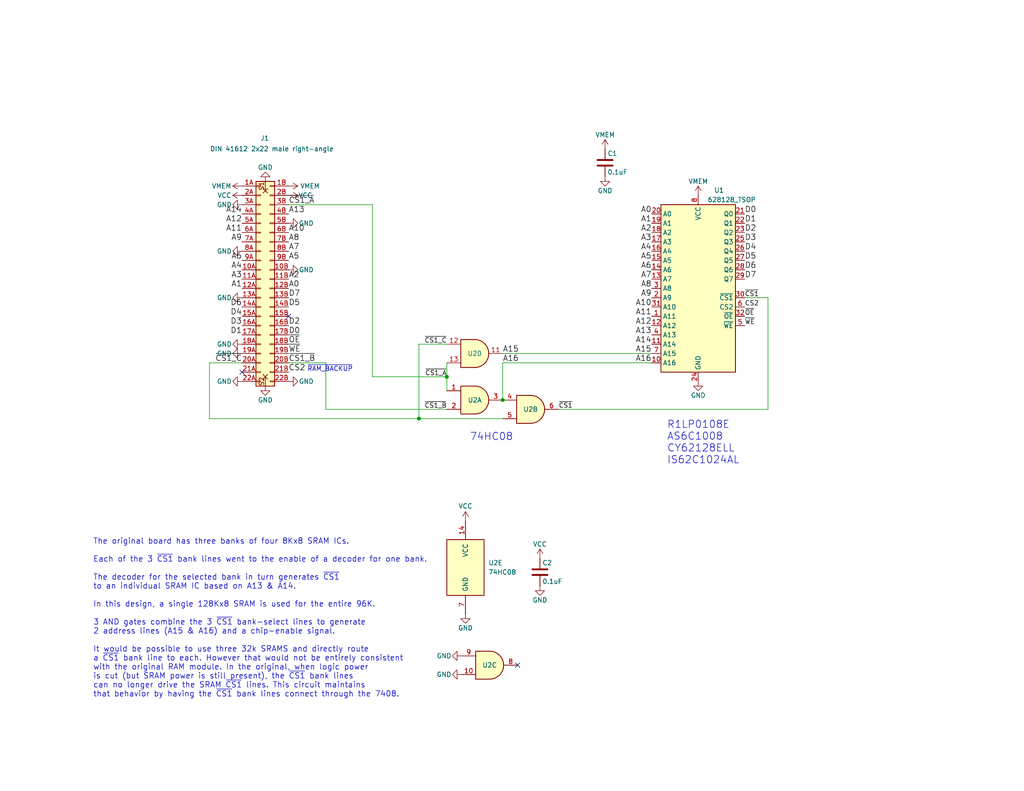
<source format=kicad_sch>
(kicad_sch (version 20211123) (generator eeschema)
  (paper "USLetter")
  (title_block (title "TANDY 600 RAM tiny 08srv") (date "2022-09-24") (rev "001") (company "Brian K. White - b.kenyon.w@gmail.com") (comment 1 "LICENSE: CC-BY-SA 4.0") (comment 2 "Originally based on Model600Sram_v1.1 by Jayeson Lee-Steer"))
  (lib_symbols
    (symbol "000_LOCAL:628128_TSOP"
      (property "Reference" "U" (at -10.16 23.495 0))
      (property "Value" "628128_TSOP" (at 2.54 23.495 0))
      (symbol "628128_TSOP_0_0"
        (pin power_in line (at 0 -25.4 90) (length 2.54) (name "GND") (number "24"))
        (pin power_in line (at 0 25.4 270) (length 2.54) (name "VCC") (number "8"))
      )
      (symbol "628128_TSOP_0_1"
        (rectangle (start -10.16 22.86) (end 10.16 -22.86) (stroke (width 0.254)) (fill (type background)))
      )
      (symbol "628128_TSOP_1_1"
        (pin input line (at -12.7 -7.62 0) (length 2.54) (name "A11") (number "1"))
        (pin input line (at -12.7 -20.32 0) (length 2.54) (name "A16") (number "10"))
        (pin input line (at -12.7 -15.24 0) (length 2.54) (name "A14") (number "11"))
        (pin input line (at -12.7 -10.16 0) (length 2.54) (name "A12") (number "12"))
        (pin input line (at -12.7 2.54 0) (length 2.54) (name "A7") (number "13"))
        (pin input line (at -12.7 5.08 0) (length 2.54) (name "A6") (number "14"))
        (pin input line (at -12.7 7.62 0) (length 2.54) (name "A5") (number "15"))
        (pin input line (at -12.7 10.16 0) (length 2.54) (name "A4") (number "16"))
        (pin input line (at -12.7 12.7 0) (length 2.54) (name "A3") (number "17"))
        (pin input line (at -12.7 15.24 0) (length 2.54) (name "A2") (number "18"))
        (pin input line (at -12.7 17.78 0) (length 2.54) (name "A1") (number "19"))
        (pin input line (at -12.7 -2.54 0) (length 2.54) (name "A9") (number "2"))
        (pin input line (at -12.7 20.32 0) (length 2.54) (name "A0") (number "20"))
        (pin tri_state line (at 12.7 20.32 180) (length 2.54) (name "Q0") (number "21"))
        (pin tri_state line (at 12.7 17.78 180) (length 2.54) (name "Q1") (number "22"))
        (pin tri_state line (at 12.7 15.24 180) (length 2.54) (name "Q2") (number "23"))
        (pin tri_state line (at 12.7 12.7 180) (length 2.54) (name "Q3") (number "25"))
        (pin tri_state line (at 12.7 10.16 180) (length 2.54) (name "Q4") (number "26"))
        (pin tri_state line (at 12.7 7.62 180) (length 2.54) (name "Q5") (number "27"))
        (pin tri_state line (at 12.7 5.08 180) (length 2.54) (name "Q6") (number "28"))
        (pin tri_state line (at 12.7 2.54 180) (length 2.54) (name "Q7") (number "29"))
        (pin input line (at -12.7 0 0) (length 2.54) (name "A8") (number "3"))
        (pin input line (at 12.7 -2.54 180) (length 2.54) (name "~{CS1}") (number "30"))
        (pin input line (at -12.7 -5.08 0) (length 2.54) (name "A10") (number "31"))
        (pin input line (at 12.7 -7.62 180) (length 2.54) (name "~{OE}") (number "32"))
        (pin input line (at -12.7 -12.7 0) (length 2.54) (name "A13") (number "4"))
        (pin input line (at 12.7 -10.16 180) (length 2.54) (name "~{WE}") (number "5"))
        (pin input line (at 12.7 -5.08 180) (length 2.54) (name "CS2") (number "6"))
        (pin input line (at -12.7 -17.78 0) (length 2.54) (name "A15") (number "7"))
        (pin no_connect line (at 10.16 -20.32 180) (length 2.54) hide (name "NC") (number "9"))
      )
    )
    (symbol "000_LOCAL:74HC08" (pin_names (offset 1.016))
      (property "Reference" "U" (at 0 1.27 0))
      (property "Value" "74HC08" (at 0 -1.27 0))
      (symbol "74HC08_1_1"
        (arc (start 0 -3.81) (mid 3.81 0) (end 0 3.81) (stroke (width 0.254)) (fill (type background)))
        (polyline (pts (xy 0 3.81) (xy -3.81 3.81) (xy -3.81 -3.81) (xy 0 -3.81)) (stroke (width 0.254)) (fill (type background)))
        (pin input line (at -7.62 2.54 0) (length 3.81) (name "~") (number "1"))
        (pin input line (at -7.62 -2.54 0) (length 3.81) (name "~") (number "2"))
        (pin output line (at 7.62 0 180) (length 3.81) (name "~") (number "3"))
      )
      (symbol "74HC08_1_2"
        (arc (start -3.81 -3.81) (mid -2.589 0) (end -3.81 3.81) (stroke (width 0.254)))
        (arc (start -0.6096 -3.81) (mid 2.1842 -2.5851) (end 3.81 0) (stroke (width 0.254)) (fill (type background)))
        (polyline (pts (xy -3.81 -3.81) (xy -0.635 -3.81)) (stroke (width 0.254)) (fill (type background)))
        (polyline (pts (xy -3.81 3.81) (xy -0.635 3.81)) (stroke (width 0.254)) (fill (type background)))
        (polyline (pts (xy -0.635 3.81) (xy -3.81 3.81) (xy -3.81 3.81) (xy -3.556 3.4036) (xy -3.0226 2.2606) (xy -2.6924 1.0414) (xy -2.6162 -0.254) (xy -2.7686 -1.4986) (xy -3.175 -2.7178) (xy -3.81 -3.81) (xy -3.81 -3.81) (xy -0.635 -3.81)) (stroke (width -25.4)) (fill (type background)))
        (arc (start 3.81 0) (mid 2.1915 2.5936) (end -0.6096 3.81) (stroke (width 0.254)) (fill (type background)))
        (pin input inverted (at -7.62 2.54 0) (length 4.318) (name "~") (number "1"))
        (pin input inverted (at -7.62 -2.54 0) (length 4.318) (name "~") (number "2"))
        (pin output inverted (at 7.62 0 180) (length 3.81) (name "~") (number "3"))
      )
      (symbol "74HC08_2_1"
        (arc (start 0 -3.81) (mid 3.81 0) (end 0 3.81) (stroke (width 0.254)) (fill (type background)))
        (polyline (pts (xy 0 3.81) (xy -3.81 3.81) (xy -3.81 -3.81) (xy 0 -3.81)) (stroke (width 0.254)) (fill (type background)))
        (pin input line (at -7.62 2.54 0) (length 3.81) (name "~") (number "4"))
        (pin input line (at -7.62 -2.54 0) (length 3.81) (name "~") (number "5"))
        (pin output line (at 7.62 0 180) (length 3.81) (name "~") (number "6"))
      )
      (symbol "74HC08_2_2"
        (arc (start -3.81 -3.81) (mid -2.589 0) (end -3.81 3.81) (stroke (width 0.254)))
        (arc (start -0.6096 -3.81) (mid 2.1842 -2.5851) (end 3.81 0) (stroke (width 0.254)) (fill (type background)))
        (polyline (pts (xy -3.81 -3.81) (xy -0.635 -3.81)) (stroke (width 0.254)) (fill (type background)))
        (polyline (pts (xy -3.81 3.81) (xy -0.635 3.81)) (stroke (width 0.254)) (fill (type background)))
        (polyline (pts (xy -0.635 3.81) (xy -3.81 3.81) (xy -3.81 3.81) (xy -3.556 3.4036) (xy -3.0226 2.2606) (xy -2.6924 1.0414) (xy -2.6162 -0.254) (xy -2.7686 -1.4986) (xy -3.175 -2.7178) (xy -3.81 -3.81) (xy -3.81 -3.81) (xy -0.635 -3.81)) (stroke (width -25.4)) (fill (type background)))
        (arc (start 3.81 0) (mid 2.1915 2.5936) (end -0.6096 3.81) (stroke (width 0.254)) (fill (type background)))
        (pin input inverted (at -7.62 2.54 0) (length 4.318) (name "~") (number "4"))
        (pin input inverted (at -7.62 -2.54 0) (length 4.318) (name "~") (number "5"))
        (pin output inverted (at 7.62 0 180) (length 3.81) (name "~") (number "6"))
      )
      (symbol "74HC08_3_1"
        (arc (start 0 -3.81) (mid 3.81 0) (end 0 3.81) (stroke (width 0.254)) (fill (type background)))
        (polyline (pts (xy 0 3.81) (xy -3.81 3.81) (xy -3.81 -3.81) (xy 0 -3.81)) (stroke (width 0.254)) (fill (type background)))
        (pin input line (at -7.62 -2.54 0) (length 3.81) (name "~") (number "10"))
        (pin output line (at 7.62 0 180) (length 3.81) (name "~") (number "8"))
        (pin input line (at -7.62 2.54 0) (length 3.81) (name "~") (number "9"))
      )
      (symbol "74HC08_3_2"
        (arc (start -3.81 -3.81) (mid -2.589 0) (end -3.81 3.81) (stroke (width 0.254)))
        (arc (start -0.6096 -3.81) (mid 2.1842 -2.5851) (end 3.81 0) (stroke (width 0.254)) (fill (type background)))
        (polyline (pts (xy -3.81 -3.81) (xy -0.635 -3.81)) (stroke (width 0.254)) (fill (type background)))
        (polyline (pts (xy -3.81 3.81) (xy -0.635 3.81)) (stroke (width 0.254)) (fill (type background)))
        (polyline (pts (xy -0.635 3.81) (xy -3.81 3.81) (xy -3.81 3.81) (xy -3.556 3.4036) (xy -3.0226 2.2606) (xy -2.6924 1.0414) (xy -2.6162 -0.254) (xy -2.7686 -1.4986) (xy -3.175 -2.7178) (xy -3.81 -3.81) (xy -3.81 -3.81) (xy -0.635 -3.81)) (stroke (width -25.4)) (fill (type background)))
        (arc (start 3.81 0) (mid 2.1915 2.5936) (end -0.6096 3.81) (stroke (width 0.254)) (fill (type background)))
        (pin input inverted (at -7.62 -2.54 0) (length 4.318) (name "~") (number "10"))
        (pin output inverted (at 7.62 0 180) (length 3.81) (name "~") (number "8"))
        (pin input inverted (at -7.62 2.54 0) (length 4.318) (name "~") (number "9"))
      )
      (symbol "74HC08_4_1"
        (arc (start 0 -3.81) (mid 3.81 0) (end 0 3.81) (stroke (width 0.254)) (fill (type background)))
        (polyline (pts (xy 0 3.81) (xy -3.81 3.81) (xy -3.81 -3.81) (xy 0 -3.81)) (stroke (width 0.254)) (fill (type background)))
        (pin output line (at 7.62 0 180) (length 3.81) (name "~") (number "11"))
        (pin input line (at -7.62 2.54 0) (length 3.81) (name "~") (number "12"))
        (pin input line (at -7.62 -2.54 0) (length 3.81) (name "~") (number "13"))
      )
      (symbol "74HC08_4_2"
        (arc (start -3.81 -3.81) (mid -2.589 0) (end -3.81 3.81) (stroke (width 0.254)))
        (arc (start -0.6096 -3.81) (mid 2.1842 -2.5851) (end 3.81 0) (stroke (width 0.254)) (fill (type background)))
        (polyline (pts (xy -3.81 -3.81) (xy -0.635 -3.81)) (stroke (width 0.254)) (fill (type background)))
        (polyline (pts (xy -3.81 3.81) (xy -0.635 3.81)) (stroke (width 0.254)) (fill (type background)))
        (polyline (pts (xy -0.635 3.81) (xy -3.81 3.81) (xy -3.81 3.81) (xy -3.556 3.4036) (xy -3.0226 2.2606) (xy -2.6924 1.0414) (xy -2.6162 -0.254) (xy -2.7686 -1.4986) (xy -3.175 -2.7178) (xy -3.81 -3.81) (xy -3.81 -3.81) (xy -0.635 -3.81)) (stroke (width -25.4)) (fill (type background)))
        (arc (start 3.81 0) (mid 2.1915 2.5936) (end -0.6096 3.81) (stroke (width 0.254)) (fill (type background)))
        (pin output inverted (at 7.62 0 180) (length 3.81) (name "~") (number "11"))
        (pin input inverted (at -7.62 2.54 0) (length 4.318) (name "~") (number "12"))
        (pin input inverted (at -7.62 -2.54 0) (length 4.318) (name "~") (number "13"))
      )
      (symbol "74HC08_5_0"
        (pin power_in line (at 0 12.7 270) (length 5.08) (name "VCC") (number "14"))
        (pin power_in line (at 0 -12.7 90) (length 5.08) (name "GND") (number "7"))
      )
      (symbol "74HC08_5_1"
        (rectangle (start -5.08 7.62) (end 5.08 -7.62) (stroke (width 0.254)) (fill (type background)))
      )
    )
    (symbol "000_LOCAL:C" (pin_numbers hide) (pin_names (offset 0.254))
      (property "Reference" "C" (at 0.635 2.54 0))
      (property "Value" "C" (at 0.635 -2.54 0))
      (symbol "C_0_1"
        (polyline (pts (xy -2.032 -0.762) (xy 2.032 -0.762)) (stroke (width 0.508)))
        (polyline (pts (xy -2.032 0.762) (xy 2.032 0.762)) (stroke (width 0.508)))
      )
      (symbol "C_1_1"
        (pin passive line (at 0 3.81 270) (length 2.794) (name "~") (number "1"))
        (pin passive line (at 0 -3.81 90) (length 2.794) (name "~") (number "2"))
      )
    )
    (symbol "000_LOCAL:DIN 41612 2x22 male right-angle" (pin_names (offset 1.016) hide)
      (property "Reference" "J" (at -2.7432 28.9052 0))
      (property "Value" "DIN 41612 2x22 male right-angle" (at 18.8468 28.8036 0))
      (symbol "DIN 41612 2x22 male right-angle_1_1"
        (rectangle (start -1.27 -27.813) (end 0 -28.067) (stroke (width 0.1524)))
        (rectangle (start -1.27 -25.273) (end 0 -25.527) (stroke (width 0.1524)))
        (rectangle (start -1.27 -22.733) (end 0 -22.987) (stroke (width 0.1524)))
        (rectangle (start -1.27 -20.193) (end 0 -20.447) (stroke (width 0.1524)))
        (rectangle (start -1.27 -17.653) (end 0 -17.907) (stroke (width 0.1524)))
        (rectangle (start -1.27 -15.113) (end 0 -15.367) (stroke (width 0.1524)))
        (rectangle (start -1.27 -12.573) (end 0 -12.827) (stroke (width 0.1524)))
        (rectangle (start -1.27 -10.033) (end 0 -10.287) (stroke (width 0.1524)))
        (rectangle (start -1.27 -7.493) (end 0 -7.747) (stroke (width 0.1524)))
        (rectangle (start -1.27 -4.953) (end 0 -5.207) (stroke (width 0.1524)))
        (rectangle (start -1.27 -2.413) (end 0 -2.667) (stroke (width 0.1524)))
        (rectangle (start -1.27 0.127) (end 0 -0.127) (stroke (width 0.1524)))
        (rectangle (start -1.27 2.667) (end 0 2.413) (stroke (width 0.1524)))
        (rectangle (start -1.27 5.207) (end 0 4.953) (stroke (width 0.1524)))
        (rectangle (start -1.27 7.747) (end 0 7.493) (stroke (width 0.1524)))
        (rectangle (start -1.27 10.287) (end 0 10.033) (stroke (width 0.1524)))
        (rectangle (start -1.27 12.827) (end 0 12.573) (stroke (width 0.1524)))
        (rectangle (start -1.27 15.367) (end 0 15.113) (stroke (width 0.1524)))
        (rectangle (start -1.27 17.907) (end 0 17.653) (stroke (width 0.1524)))
        (rectangle (start -1.27 20.447) (end 0 20.193) (stroke (width 0.1524)))
        (rectangle (start -1.27 22.987) (end 0 22.733) (stroke (width 0.1524)))
        (rectangle (start -1.27 25.527) (end 0 25.273) (stroke (width 0.1524)))
        (rectangle (start -1.27 26.67) (end 3.81 -29.21) (stroke (width 0.254)) (fill (type background)))
        (rectangle (start 3.81 -27.813) (end 2.54 -28.067) (stroke (width 0.1524)))
        (rectangle (start 3.81 -25.273) (end 2.54 -25.527) (stroke (width 0.1524)))
        (rectangle (start 3.81 -22.733) (end 2.54 -22.987) (stroke (width 0.1524)))
        (rectangle (start 3.81 -20.193) (end 2.54 -20.447) (stroke (width 0.1524)))
        (rectangle (start 3.81 -17.653) (end 2.54 -17.907) (stroke (width 0.1524)))
        (rectangle (start 3.81 -15.113) (end 2.54 -15.367) (stroke (width 0.1524)))
        (rectangle (start 3.81 -12.573) (end 2.54 -12.827) (stroke (width 0.1524)))
        (rectangle (start 3.81 -10.033) (end 2.54 -10.287) (stroke (width 0.1524)))
        (rectangle (start 3.81 -7.493) (end 2.54 -7.747) (stroke (width 0.1524)))
        (rectangle (start 3.81 -4.953) (end 2.54 -5.207) (stroke (width 0.1524)))
        (rectangle (start 3.81 -2.413) (end 2.54 -2.667) (stroke (width 0.1524)))
        (rectangle (start 3.81 0.127) (end 2.54 -0.127) (stroke (width 0.1524)))
        (rectangle (start 3.81 2.667) (end 2.54 2.413) (stroke (width 0.1524)))
        (rectangle (start 3.81 5.207) (end 2.54 4.953) (stroke (width 0.1524)))
        (rectangle (start 3.81 7.747) (end 2.54 7.493) (stroke (width 0.1524)))
        (rectangle (start 3.81 10.287) (end 2.54 10.033) (stroke (width 0.1524)))
        (rectangle (start 3.81 12.827) (end 2.54 12.573) (stroke (width 0.1524)))
        (rectangle (start 3.81 15.367) (end 2.54 15.113) (stroke (width 0.1524)))
        (rectangle (start 3.81 17.907) (end 2.54 17.653) (stroke (width 0.1524)))
        (rectangle (start 3.81 20.447) (end 2.54 20.193) (stroke (width 0.1524)))
        (rectangle (start 3.81 22.987) (end 2.54 22.733) (stroke (width 0.1524)))
        (rectangle (start 3.81 25.527) (end 2.54 25.273) (stroke (width 0.1524)))
        (pin passive line (at -5.08 2.54 0) (length 3.81) (name "10A") (number "10A"))
        (pin passive line (at 7.62 2.54 180) (length 3.81) (name "10B") (number "10B"))
        (pin passive line (at -5.08 0 0) (length 3.81) (name "11A") (number "11A"))
        (pin passive line (at 7.62 0 180) (length 3.81) (name "11B") (number "11B"))
        (pin passive line (at -5.08 -2.54 0) (length 3.81) (name "12A") (number "12A"))
        (pin passive line (at 7.62 -2.54 180) (length 3.81) (name "12B") (number "12B"))
        (pin passive line (at -5.08 -5.08 0) (length 3.81) (name "13A") (number "13A"))
        (pin passive line (at 7.62 -5.08 180) (length 3.81) (name "13B") (number "13B"))
        (pin passive line (at -5.08 -7.62 0) (length 3.81) (name "14A") (number "14A"))
        (pin passive line (at 7.62 -7.62 180) (length 3.81) (name "14B") (number "14B"))
        (pin passive line (at -5.08 -10.16 0) (length 3.81) (name "15A") (number "15A"))
        (pin passive line (at 7.62 -10.16 180) (length 3.81) (name "15B") (number "15B"))
        (pin passive line (at -5.08 -12.7 0) (length 3.81) (name "16A") (number "16A"))
        (pin passive line (at 7.62 -12.7 180) (length 3.81) (name "16B") (number "16B"))
        (pin passive line (at -5.08 -15.24 0) (length 3.81) (name "17A") (number "17A"))
        (pin passive line (at 7.62 -15.24 180) (length 3.81) (name "17B") (number "17B"))
        (pin passive line (at -5.08 -17.78 0) (length 3.81) (name "18A") (number "18A"))
        (pin passive line (at 7.62 -17.78 180) (length 3.81) (name "18B") (number "18B"))
        (pin passive line (at -5.08 -20.32 0) (length 3.81) (name "19A") (number "19A"))
        (pin passive line (at 7.62 -20.32 180) (length 3.81) (name "19B") (number "19B"))
        (pin passive line (at -5.08 25.4 0) (length 3.81) (name "1A") (number "1A"))
        (pin passive line (at 7.62 25.4 180) (length 3.81) (name "1B") (number "1B"))
        (pin passive line (at -5.08 -22.86 0) (length 3.81) (name "20A") (number "20A"))
        (pin passive line (at 7.62 -22.86 180) (length 3.81) (name "20B") (number "20B"))
        (pin passive line (at -5.08 -25.4 0) (length 3.81) (name "21A") (number "21A"))
        (pin passive line (at 7.62 -25.4 180) (length 3.81) (name "21B") (number "21B"))
        (pin passive line (at -5.08 -27.94 0) (length 3.81) (name "22A") (number "22A"))
        (pin passive line (at 7.62 -27.94 180) (length 3.81) (name "22B") (number "22B"))
        (pin passive line (at -5.08 22.86 0) (length 3.81) (name "2A") (number "2A"))
        (pin passive line (at 7.62 22.86 180) (length 3.81) (name "2B") (number "2B"))
        (pin passive line (at -5.08 20.32 0) (length 3.81) (name "3A") (number "3A"))
        (pin passive line (at 7.62 20.32 180) (length 3.81) (name "3B") (number "3B"))
        (pin passive line (at -5.08 17.78 0) (length 3.81) (name "4A") (number "4A"))
        (pin passive line (at 7.62 17.78 180) (length 3.81) (name "4B") (number "4B"))
        (pin passive line (at -5.08 15.24 0) (length 3.81) (name "5A") (number "5A"))
        (pin passive line (at 7.62 15.24 180) (length 3.81) (name "5B") (number "5B"))
        (pin passive line (at -5.08 12.7 0) (length 3.81) (name "6A") (number "6A"))
        (pin passive line (at 7.62 12.7 180) (length 3.81) (name "6B") (number "6B"))
        (pin passive line (at -5.08 10.16 0) (length 3.81) (name "7A") (number "7A"))
        (pin passive line (at 7.62 10.16 180) (length 3.81) (name "7B") (number "7B"))
        (pin passive line (at -5.08 7.62 0) (length 3.81) (name "8A") (number "8A"))
        (pin passive line (at 7.62 7.62 180) (length 3.81) (name "8B") (number "8B"))
        (pin passive line (at -5.08 5.08 0) (length 3.81) (name "9A") (number "9A"))
        (pin passive line (at 7.62 5.08 180) (length 3.81) (name "9B") (number "9B"))
        (pin passive non_logic (at 1.27 26.67 270) (length 2.54) (name "mount") (number "S1"))
        (pin passive non_logic (at 1.27 -29.21 90) (length 2.54) (name "mount") (number "S2"))
      )
    )
    (symbol "000_LOCAL:GND" (power) (pin_names (offset 0))
      (property "Value" "GND" (at 0 -3.81 0))
      (symbol "GND_0_1"
        (polyline (pts (xy 0 0) (xy 0 -1.27) (xy 1.27 -1.27) (xy 0 -2.54) (xy -1.27 -1.27) (xy 0 -1.27)))
      )
      (symbol "GND_1_1"
        (pin power_in line (at 0 0 270) (length 0) hide (name "GND") (number "1"))
      )
    )
    (symbol "000_LOCAL:VCC" (power) (pin_names (offset 0))
      (property "Value" "VCC" (at 0 3.81 0))
      (symbol "VCC_0_1"
        (polyline (pts (xy -0.762 1.27) (xy 0 2.54)))
        (polyline (pts (xy 0 0) (xy 0 2.54)))
        (polyline (pts (xy 0 2.54) (xy 0.762 1.27)))
      )
      (symbol "VCC_1_1"
        (pin power_in line (at 0 0 90) (length 0) hide (name "VCC") (number "1"))
      )
    )
    (symbol "000_LOCAL:VMEM" (power) (pin_names (offset 0))
      (property "Value" "VMEM" (at 0 3.81 0))
      (symbol "VMEM_0_1"
        (polyline (pts (xy -0.762 1.27) (xy 0 2.54)))
        (polyline (pts (xy 0 0) (xy 0 2.54)))
        (polyline (pts (xy 0 2.54) (xy 0.762 1.27)))
      )
      (symbol "VMEM_1_1"
        (pin power_in line (at 0 0 90) (length 0) hide (name "VMEM") (number "1"))
      )
    )
  )
  (junction (at 121.92 102.87))
  (junction (at 137.16 109.22))
  (junction (at 114.3 114.3))
  (no_connect (at 141.224 181.61))
  (no_connect (at 66.04 101.6))
  (no_connect (at 78.74 86.36))
  (wire (pts (xy 203.2 81.28) (xy 209.55 81.28)))
  (wire (pts (xy 78.74 55.88) (xy 101.6 55.88)))
  (wire (pts (xy 137.16 99.06) (xy 177.8 99.06)))
  (wire (pts (xy 137.16 96.52) (xy 177.8 96.52)))
  (wire (pts (xy 57.15 114.3) (xy 114.3 114.3)))
  (wire (pts (xy 209.55 81.28) (xy 209.55 111.76)))
  (wire (pts (xy 88.9 111.76) (xy 121.92 111.76)))
  (wire (pts (xy 101.6 55.88) (xy 101.6 102.87)))
  (wire (pts (xy 152.4 111.76) (xy 209.55 111.76)))
  (wire (pts (xy 121.92 102.87) (xy 121.92 106.68)))
  (wire (pts (xy 78.74 99.06) (xy 88.9 99.06)))
  (wire (pts (xy 114.3 93.98) (xy 114.3 114.3)))
  (wire (pts (xy 114.3 93.98) (xy 121.92 93.98)))
  (wire (pts (xy 137.16 109.22) (xy 137.16 99.06)))
  (wire (pts (xy 88.9 99.06) (xy 88.9 111.76)))
  (wire (pts (xy 121.92 99.06) (xy 121.92 102.87)))
  (wire (pts (xy 101.6 102.87) (xy 121.92 102.87)))
  (wire (pts (xy 114.3 114.3) (xy 137.16 114.3)))
  (wire (pts (xy 66.04 99.06) (xy 57.15 99.06)))
  (wire (pts (xy 57.15 99.06) (xy 57.15 114.3)))
  (text "~{RAM_BACKUP}" (at 83.82 101.6 0) (effects (font (size 1.27 1.27)) (justify left bottom)))
  (text "R1LP0108E\nAS6C1008\nCY62128ELL\nIS62C1024AL\n" (at 181.991 126.873 0) (effects (font (size 2 2)) (justify left bottom)))
  (text "The original board has three banks of four 8Kx8 SRAM ICs.\n\nEach of the 3 ~{CS1} bank lines went to the enable of a decoder for one bank.\n\nThe decoder for the selected bank in turn generates ~{CS1}\nto an individual SRAM IC based on A13 & A14.\n\nIn this design, a single 128Kx8 SRAM is used for the entire 96K.\n\n3 AND gates combine the 3 ~{CS1} bank-select lines to generate\n2 address lines (A15 & A16) and a chip-enable signal.\n\nIt would be possible to use three 32k SRAMS and directly route\na ~{CS1} bank line to each. However that would not be entirely consistent \nwith the original RAM module. In the original, when logic power \nis cut (but SRAM power is still present), the ~{CS1} bank lines \ncan no longer drive the SRAM ~{CS1} lines. This circuit maintains\nthat behavior by having the ~{CS1} bank lines connect through the 7408.\n" (at 25.4 190.5 0) (effects (font (size 1.524 1.524)) (justify left bottom)))
  (text "74HC08" (at 128.143 120.523 0) (effects (font (size 2 2)) (justify left bottom)))
  (label "D2" (at 78.74 88.9 0) (effects (font (size 1.524 1.524))))
  (label "~{CS1_C}" (at 66.04 99.06 180) (effects (font (size 1.524 1.524))))
  (label "A13" (at 78.74 58.42 0) (effects (font (size 1.524 1.524))))
  (label "A15" (at 137.16 96.52 0) (effects (font (size 1.524 1.524))))
  (label "A12" (at 66.04 60.96 180) (effects (font (size 1.524 1.524))))
  (label "D6" (at 66.04 83.82 180) (effects (font (size 1.524 1.524))))
  (label "A13" (at 177.8 91.44 180) (effects (font (size 1.524 1.524))))
  (label "A7" (at 177.8 76.2 180) (effects (font (size 1.524 1.524))))
  (label "A16" (at 137.16 99.06 0) (effects (font (size 1.524 1.524))))
  (label "A1" (at 177.8 60.96 180) (effects (font (size 1.524 1.524))))
  (label "~{WE}" (at 203.2 88.9 0))
  (label "A4" (at 66.04 73.66 180) (effects (font (size 1.524 1.524))))
  (label "A3" (at 66.04 76.2 180) (effects (font (size 1.524 1.524))))
  (label "A4" (at 177.8 68.58 180) (effects (font (size 1.524 1.524))))
  (label "~{CS1_A}" (at 121.92 102.87 180))
  (label "A12" (at 177.8 88.9 180) (effects (font (size 1.524 1.524))))
  (label "A9" (at 177.8 81.28 180) (effects (font (size 1.524 1.524))))
  (label "D0" (at 203.2 58.42 0) (effects (font (size 1.524 1.524))))
  (label "D0" (at 78.74 91.44 0) (effects (font (size 1.524 1.524))))
  (label "D7" (at 78.74 81.28 0) (effects (font (size 1.524 1.524))))
  (label "CS2" (at 78.74 101.6 0) (effects (font (size 1.524 1.524))))
  (label "A2" (at 78.74 76.2 0) (effects (font (size 1.524 1.524))))
  (label "D5" (at 203.2 71.12 0) (effects (font (size 1.524 1.524))))
  (label "A5" (at 177.8 71.12 180) (effects (font (size 1.524 1.524))))
  (label "A1" (at 66.04 78.74 180) (effects (font (size 1.524 1.524))))
  (label "~{CS1_A}" (at 78.74 55.88 0) (effects (font (size 1.524 1.524))))
  (label "CS2" (at 203.2 83.82 0))
  (label "D4" (at 66.04 86.36 180) (effects (font (size 1.524 1.524))))
  (label "A11" (at 177.8 86.36 180) (effects (font (size 1.524 1.524))))
  (label "A16" (at 177.8 99.06 180) (effects (font (size 1.524 1.524))))
  (label "D1" (at 66.04 91.44 180) (effects (font (size 1.524 1.524))))
  (label "A10" (at 177.8 83.82 180) (effects (font (size 1.524 1.524))))
  (label "A3" (at 177.8 66.04 180) (effects (font (size 1.524 1.524))))
  (label "~{CS1_B}" (at 78.74 99.06 0) (effects (font (size 1.524 1.524))))
  (label "~{CS1_C}" (at 121.92 93.98 180))
  (label "D5" (at 78.74 83.82 0) (effects (font (size 1.524 1.524))))
  (label "A6" (at 66.04 71.12 180) (effects (font (size 1.524 1.524))))
  (label "A5" (at 78.74 71.12 0) (effects (font (size 1.524 1.524))))
  (label "~{OE}" (at 78.74 93.98 0) (effects (font (size 1.524 1.524))))
  (label "A0" (at 78.74 78.74 0) (effects (font (size 1.524 1.524))))
  (label "A8" (at 78.74 66.04 0) (effects (font (size 1.524 1.524))))
  (label "~{CS1}" (at 152.4 111.76 0))
  (label "D1" (at 203.2 60.96 0) (effects (font (size 1.524 1.524))))
  (label "D3" (at 66.04 88.9 180) (effects (font (size 1.524 1.524))))
  (label "A14" (at 177.8 93.98 180) (effects (font (size 1.524 1.524))))
  (label "A10" (at 78.74 63.5 0) (effects (font (size 1.524 1.524))))
  (label "A11" (at 66.04 63.5 180) (effects (font (size 1.524 1.524))))
  (label "A2" (at 177.8 63.5 180) (effects (font (size 1.524 1.524))))
  (label "D7" (at 203.2 76.2 0) (effects (font (size 1.524 1.524))))
  (label "A14" (at 66.04 58.42 180) (effects (font (size 1.524 1.524))))
  (label "A8" (at 177.8 78.74 180) (effects (font (size 1.524 1.524))))
  (label "D2" (at 203.2 63.5 0) (effects (font (size 1.524 1.524))))
  (label "D3" (at 203.2 66.04 0) (effects (font (size 1.524 1.524))))
  (label "A7" (at 78.74 68.58 0) (effects (font (size 1.524 1.524))))
  (label "A15" (at 177.8 96.52 180) (effects (font (size 1.524 1.524))))
  (label "~{CS1_B}" (at 121.92 111.76 180))
  (label "A0" (at 177.8 58.42 180) (effects (font (size 1.524 1.524))))
  (label "A9" (at 66.04 66.04 180) (effects (font (size 1.524 1.524))))
  (label "~{OE}" (at 203.2 86.36 0))
  (label "A6" (at 177.8 73.66 180) (effects (font (size 1.524 1.524))))
  (label "~{CS1}" (at 203.2 81.28 0))
  (label "D4" (at 203.2 68.58 0) (effects (font (size 1.524 1.524))))
  (label "D6" (at 203.2 73.66 0) (effects (font (size 1.524 1.524))))
  (label "~{WE}" (at 78.74 96.52 0) (effects (font (size 1.524 1.524))))
  (symbol (lib_id "000_LOCAL:C") (at 165.1 44.45 0) (unit 1)
    (property "Reference" "C1" (at 165.735 41.91 0) (effects (justify left)))
    (property "Value" "0.1uF" (at 165.735 46.99 0) (effects (justify left)))
    (property "Footprint" "000_LOCAL:C_0805" (effects hide))
  )
  (symbol (lib_id "000_LOCAL:C") (at 147.32 156.21 0) (unit 1)
    (property "Reference" "C2" (at 147.955 153.67 0) (effects (justify left)))
    (property "Value" "0.1uF" (at 147.955 158.75 0) (effects (justify left)))
    (property "Footprint" "000_LOCAL:C_0805" (effects hide))
  )
  (symbol (lib_id "000_LOCAL:DIN 41612 2x22 male right-angle") (at 71.12 76.2 0) (unit 1)
    (property "Reference" "J1" (at 72.263 37.719 0))
    (property "Value" "DIN 41612 2x22 male right-angle" (at 74.168 40.64 0))
    (property "Footprint" "000_LOCAL:DIN 41612 2x22 male right-angle" (effects hide))
  )
  (symbol (lib_id "000_LOCAL:VCC") (at 147.32 152.4 0) (unit 1)
    (property "Reference" "#PWR0104" (effects hide))
    (property "Value" "VCC" (at 147.32 148.59 0))
  )
  (symbol (lib_id "000_LOCAL:VMEM") (at 66.04 50.8 90) (unit 1)
    (property "Reference" "#PWR0101" (effects hide))
    (property "Value" "VMEM" (at 60.452 50.8 90))
  )
  (symbol (lib_id "000_LOCAL:VMEM") (at 78.74 50.8 270) (unit 1)
    (property "Reference" "#PWR0102" (effects hide))
    (property "Value" "VMEM" (at 84.582 50.8 90))
  )
  (symbol (lib_id "000_LOCAL:VCC") (at 66.04 53.34 90) (unit 1)
    (property "Reference" "#PWR0103" (effects hide))
    (property "Value" "VCC" (at 61.214 53.34 90))
  )
  (symbol (lib_id "000_LOCAL:VCC") (at 78.74 53.34 270) (unit 1)
    (property "Reference" "#PWR0108" (effects hide))
    (property "Value" "VCC" (at 83.312 53.34 90))
  )
  (symbol (lib_id "000_LOCAL:GND") (at 147.32 160.02 0) (unit 1)
    (property "Reference" "#PWR0105" (effects hide))
    (property "Value" "GND" (at 147.32 163.83 0))
  )
  (symbol (lib_id "000_LOCAL:GND") (at 165.1 48.26 0) (unit 1)
    (property "Reference" "#PWR0106" (effects hide))
    (property "Value" "GND" (at 165.1 52.07 0))
  )
  (symbol (lib_id "000_LOCAL:VMEM") (at 165.1 40.64 0) (unit 1)
    (property "Reference" "#PWR0107" (effects hide))
    (property "Value" "VMEM" (at 165.1 36.83 0))
  )
  (symbol (lib_id "000_LOCAL:GND") (at 78.74 60.96 90) (unit 1)
    (property "Reference" "#PWR0109" (effects hide))
    (property "Value" "GND" (at 83.566 60.96 90))
  )
  (symbol (lib_id "000_LOCAL:GND") (at 78.74 73.66 90) (unit 1)
    (property "Reference" "#PWR0110" (effects hide))
    (property "Value" "GND" (at 83.566 73.66 90))
  )
  (symbol (lib_id "000_LOCAL:VMEM") (at 190.5 53.34 0) (unit 1)
    (property "Reference" "#PWR0115" (effects hide))
    (property "Value" "VMEM" (at 190.5 49.53 0))
  )
  (symbol (lib_id "000_LOCAL:GND") (at 78.74 104.14 90) (unit 1)
    (property "Reference" "#PWR0111" (effects hide))
    (property "Value" "GND" (at 83.566 104.14 90))
  )
  (symbol (lib_id "000_LOCAL:GND") (at 66.04 55.88 270) (unit 1)
    (property "Reference" "#PWR0112" (effects hide))
    (property "Value" "GND" (at 61.214 55.88 90))
  )
  (symbol (lib_id "000_LOCAL:GND") (at 66.04 68.58 270) (unit 1)
    (property "Reference" "#PWR0116" (effects hide))
    (property "Value" "GND" (at 61.214 68.58 90))
  )
  (symbol (lib_id "000_LOCAL:GND") (at 66.04 81.28 270) (unit 1)
    (property "Reference" "#PWR0117" (effects hide))
    (property "Value" "GND" (at 61.214 81.28 90))
  )
  (symbol (lib_id "000_LOCAL:GND") (at 66.04 93.98 270) (unit 1)
    (property "Reference" "#PWR0118" (effects hide))
    (property "Value" "GND" (at 61.214 93.98 90))
  )
  (symbol (lib_id "000_LOCAL:GND") (at 66.04 96.52 270) (unit 1)
    (property "Reference" "#PWR0119" (effects hide))
    (property "Value" "GND" (at 61.214 96.52 90))
  )
  (symbol (lib_id "000_LOCAL:GND") (at 66.04 104.14 270) (unit 1)
    (property "Reference" "#PWR0120" (effects hide))
    (property "Value" "GND" (at 61.214 104.14 90))
  )
  (symbol (lib_id "000_LOCAL:628128_TSOP") (at 190.5 78.74 0) (unit 1)
    (property "Reference" "U1" (at 196.215 51.943 0))
    (property "Value" "628128_TSOP" (at 193.04 55.245 0) (effects (justify left bottom)))
    (property "Footprint" "000_LOCAL:TSOP32-dual" (effects hide))
    (property "Datasheet" "http://www.futurlec.com/Datasheet/Memory/628128.pdf" (effects hide))
  )
  (symbol (lib_id "000_LOCAL:GND") (at 72.39 105.41 0) (unit 1)
    (property "Reference" "#PWR0126" (effects hide))
    (property "Value" "GND" (at 72.39 109.22 0))
  )
  (symbol (lib_id "000_LOCAL:GND") (at 125.984 179.07 270) (unit 1)
    (property "Reference" "#PWR?" (effects hide))
    (property "Value" "GND" (at 121.158 179.07 90))
  )
  (symbol (lib_id "000_LOCAL:74HC08") (at 144.78 111.76 0) (unit 2)
    (property "Reference" "U2" (at 144.78 111.76 0))
    (property "Value" "74HC08" (effects hide))
    (property "Footprint" "000_LOCAL:SOIC-14_3.9x8.7mm_P1.27mm" (effects hide))
    (property "Datasheet" "https://assets.nexperia.com/documents/data-sheet/74HC_HCT08.pdf" (effects hide))
  )
  (symbol (lib_id "000_LOCAL:GND") (at 72.39 49.53 0) (mirror x) (unit 1)
    (property "Reference" "#PWR0127" (effects hide))
    (property "Value" "GND" (at 72.39 45.72 0))
  )
  (symbol (lib_id "000_LOCAL:GND") (at 125.984 184.15 270) (unit 1)
    (property "Reference" "#PWR?" (effects hide))
    (property "Value" "GND" (at 121.158 184.15 90))
  )
  (symbol (lib_id "000_LOCAL:VCC") (at 127 142.24 0) (unit 1)
    (property "Reference" "#PWR0113" (effects hide))
    (property "Value" "VCC" (at 127 138.176 0))
  )
  (symbol (lib_id "000_LOCAL:GND") (at 190.5 104.14 0) (unit 1)
    (property "Reference" "#PWR0121" (effects hide))
    (property "Value" "GND" (at 190.5 107.95 0))
  )
  (symbol (lib_id "000_LOCAL:74HC08") (at 129.54 96.52 0) (unit 4)
    (property "Reference" "U2" (at 129.54 96.52 0))
    (property "Value" "74HC08" (effects hide))
    (property "Footprint" "000_LOCAL:SOIC-14_3.9x8.7mm_P1.27mm" (effects hide))
    (property "Datasheet" "https://assets.nexperia.com/documents/data-sheet/74HC_HCT08.pdf" (effects hide))
  )
  (symbol (lib_id "000_LOCAL:74HC08") (at 129.54 109.22 0) (unit 1)
    (property "Reference" "U2" (at 129.54 109.22 0))
    (property "Value" "74HC08" (effects hide))
    (property "Footprint" "000_LOCAL:SOIC-14_3.9x8.7mm_P1.27mm" (effects hide))
    (property "Datasheet" "https://assets.nexperia.com/documents/data-sheet/74HC_HCT08.pdf" (effects hide))
  )
  (symbol (lib_id "000_LOCAL:74HC08") (at 127 154.94 0) (unit 5)
    (property "Reference" "U2" (at 133.223 153.6699 0) (effects (justify left)))
    (property "Value" "74HC08" (at 133.223 156.2099 0) (effects (justify left)))
    (property "Footprint" "000_LOCAL:SOIC-14_3.9x8.7mm_P1.27mm" (effects hide))
    (property "Datasheet" "https://assets.nexperia.com/documents/data-sheet/74HC_HCT08.pdf" (effects hide))
  )
  (symbol (lib_id "000_LOCAL:GND") (at 127 167.64 0) (unit 1)
    (property "Reference" "#PWR0114" (effects hide))
    (property "Value" "GND" (at 127 171.45 0))
  )
  (symbol (lib_id "000_LOCAL:74HC08") (at 133.604 181.61 0) (unit 3)
    (property "Reference" "U2" (at 133.604 181.61 0))
    (property "Value" "74HC08" (effects hide))
    (property "Footprint" "000_LOCAL:SOIC-14_3.9x8.7mm_P1.27mm" (effects hide))
    (property "Datasheet" "https://assets.nexperia.com/documents/data-sheet/74HC_HCT08.pdf" (effects hide))
  )
)
</source>
